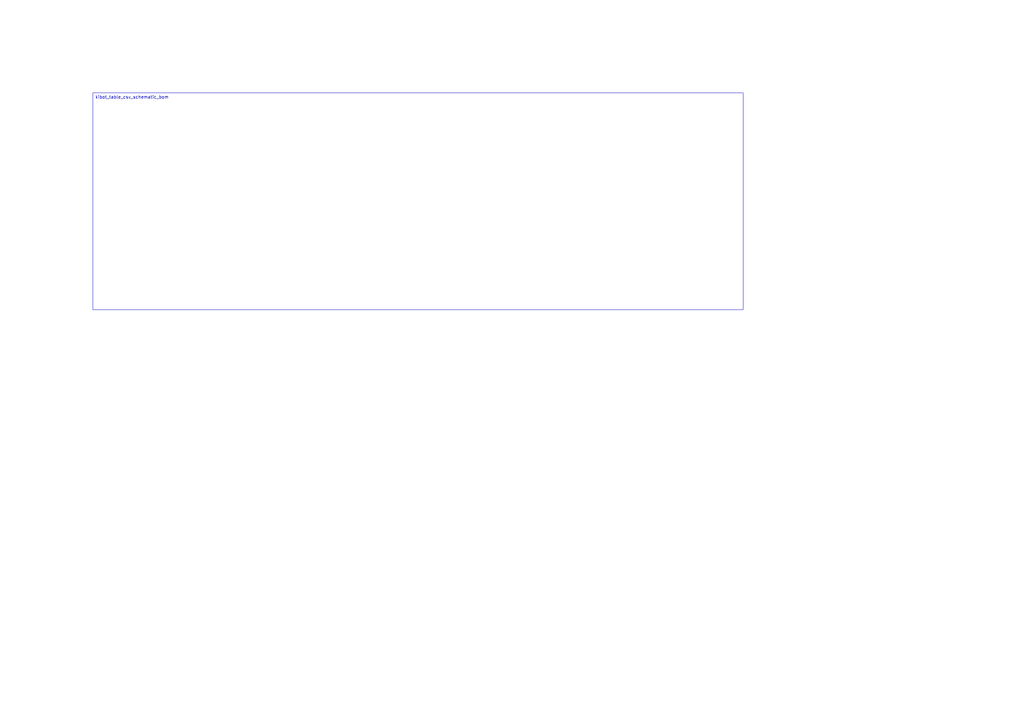
<source format=kicad_sch>
(kicad_sch
	(version 20250114)
	(generator "eeschema")
	(generator_version "9.0")
	(uuid "e715656a-7ef9-40bd-b637-b302eb88b008")
	(paper "A3")
	(title_block
		(title "Parts List")
		(rev "${REVISION}")
		(company "${COMPANY}")
	)
	(lib_symbols)
	(text_box "kibot_table_csv_schematic_bom"
		(exclude_from_sim no)
		(at 38.1 38.1 0)
		(size 266.7 88.9)
		(margins 0.9525 0.9525 0.9525 0.9525)
		(stroke
			(width 0)
			(type solid)
		)
		(fill
			(type none)
		)
		(effects
			(font
				(size 1.27 1.27)
			)
			(justify left top)
		)
		(uuid "01c7f998-78cf-41a1-a82b-d92bab270fbd")
	)
)

</source>
